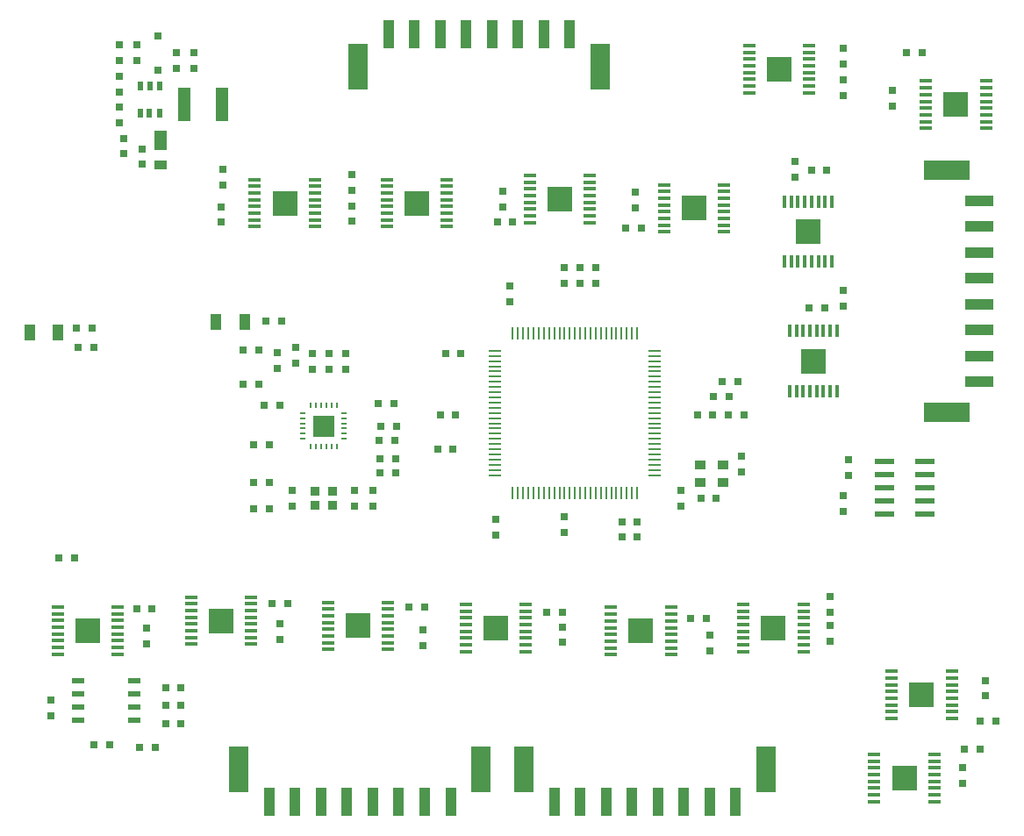
<source format=gbr>
G04 #@! TF.FileFunction,Paste,Top*
%FSLAX46Y46*%
G04 Gerber Fmt 4.6, Leading zero omitted, Abs format (unit mm)*
G04 Created by KiCad (PCBNEW 4.0.7) date 03/20/19 16:08:22*
%MOMM*%
%LPD*%
G01*
G04 APERTURE LIST*
%ADD10C,0.050000*%
%ADD11R,2.400000X2.400000*%
%ADD12R,1.200000X0.360000*%
%ADD13R,0.719328X0.800608*%
%ADD14R,0.800608X0.719328*%
%ADD15R,0.360000X1.200000*%
%ADD16R,1.999488X1.999488*%
%ADD17O,0.640080X0.199136*%
%ADD18O,0.199136X0.640080*%
%ADD19R,1.120000X0.960000*%
%ADD20R,0.960000X0.880000*%
%ADD21R,0.720000X0.800000*%
%ADD22R,0.800000X0.720000*%
%ADD23R,1.200000X0.840000*%
%ADD24R,1.200000X1.920000*%
%ADD25R,0.680000X0.680000*%
%ADD26R,1.200000X3.200000*%
%ADD27R,1.200000X0.240000*%
%ADD28R,0.240000X1.200000*%
%ADD29R,0.480000X0.960000*%
%ADD30R,1.240000X0.480000*%
%ADD31R,1.000000X1.600000*%
%ADD32R,1.120000X2.720000*%
%ADD33R,1.840000X4.480000*%
%ADD34R,2.720000X1.120000*%
%ADD35R,4.480000X1.840000*%
%ADD36R,1.920000X0.608000*%
G04 APERTURE END LIST*
D10*
D11*
X152750000Y-75000000D03*
D12*
X149850000Y-76625000D03*
X149850000Y-77275000D03*
X149850000Y-75975000D03*
X149850000Y-75325000D03*
X149850000Y-72725000D03*
X149850000Y-73375000D03*
X149850000Y-74675000D03*
X149850000Y-74025000D03*
X155650000Y-74025000D03*
X155650000Y-74675000D03*
X155650000Y-73375000D03*
X155650000Y-72725000D03*
X155650000Y-75325000D03*
X155650000Y-75975000D03*
X155650000Y-77275000D03*
X155650000Y-76625000D03*
D11*
X113250000Y-74500000D03*
D12*
X110350000Y-76125000D03*
X110350000Y-76775000D03*
X110350000Y-75475000D03*
X110350000Y-74825000D03*
X110350000Y-72225000D03*
X110350000Y-72875000D03*
X110350000Y-74175000D03*
X110350000Y-73525000D03*
X116150000Y-73525000D03*
X116150000Y-74175000D03*
X116150000Y-72875000D03*
X116150000Y-72225000D03*
X116150000Y-74825000D03*
X116150000Y-75475000D03*
X116150000Y-76775000D03*
X116150000Y-76125000D03*
D13*
X156151840Y-93200000D03*
X154648160Y-93200000D03*
D14*
X143250000Y-82251840D03*
X143250000Y-80748160D03*
X112522000Y-90413840D03*
X112522000Y-88910160D03*
X145800000Y-106751840D03*
X145800000Y-105248160D03*
X147200000Y-106751840D03*
X147200000Y-105248160D03*
D13*
X103251840Y-124750000D03*
X101748160Y-124750000D03*
D14*
X167100000Y-104251840D03*
X167100000Y-102748160D03*
D13*
X103251840Y-121250000D03*
X101748160Y-121250000D03*
X103251840Y-123000000D03*
X101748160Y-123000000D03*
X123801840Y-93850000D03*
X122298160Y-93850000D03*
X123951840Y-100570000D03*
X122448160Y-100570000D03*
X124001840Y-96000000D03*
X122498160Y-96000000D03*
D14*
X121750000Y-103751840D03*
X121750000Y-102248160D03*
X115950000Y-90501840D03*
X115950000Y-88998160D03*
D13*
X129501840Y-98250000D03*
X127998160Y-98250000D03*
D14*
X117500000Y-90501840D03*
X117500000Y-88998160D03*
D13*
X92953840Y-108712000D03*
X91450160Y-108712000D03*
X94811840Y-88440000D03*
X93308160Y-88440000D03*
X94641840Y-86550000D03*
X93138160Y-86550000D03*
X100751840Y-127000000D03*
X99248160Y-127000000D03*
X112951840Y-85900000D03*
X111448160Y-85900000D03*
D11*
X139800000Y-74100000D03*
D12*
X136900000Y-75725000D03*
X136900000Y-76375000D03*
X136900000Y-75075000D03*
X136900000Y-74425000D03*
X136900000Y-71825000D03*
X136900000Y-72475000D03*
X136900000Y-73775000D03*
X136900000Y-73125000D03*
X142700000Y-73125000D03*
X142700000Y-73775000D03*
X142700000Y-72475000D03*
X142700000Y-71825000D03*
X142700000Y-74425000D03*
X142700000Y-75075000D03*
X142700000Y-76375000D03*
X142700000Y-75725000D03*
D11*
X126000000Y-74500000D03*
D12*
X123100000Y-76125000D03*
X123100000Y-76775000D03*
X123100000Y-75475000D03*
X123100000Y-74825000D03*
X123100000Y-72225000D03*
X123100000Y-72875000D03*
X123100000Y-74175000D03*
X123100000Y-73525000D03*
X128900000Y-73525000D03*
X128900000Y-74175000D03*
X128900000Y-72875000D03*
X128900000Y-72225000D03*
X128900000Y-74825000D03*
X128900000Y-75475000D03*
X128900000Y-76775000D03*
X128900000Y-76125000D03*
D11*
X164250000Y-89750000D03*
D15*
X162625000Y-86850000D03*
X161975000Y-86850000D03*
X163275000Y-86850000D03*
X163925000Y-86850000D03*
X166525000Y-86850000D03*
X165875000Y-86850000D03*
X164575000Y-86850000D03*
X165225000Y-86850000D03*
X165225000Y-92650000D03*
X164575000Y-92650000D03*
X165875000Y-92650000D03*
X166525000Y-92650000D03*
X163925000Y-92650000D03*
X163275000Y-92650000D03*
X161975000Y-92650000D03*
X162625000Y-92650000D03*
D11*
X163750000Y-77250000D03*
D15*
X162125000Y-74350000D03*
X161475000Y-74350000D03*
X162775000Y-74350000D03*
X163425000Y-74350000D03*
X166025000Y-74350000D03*
X165375000Y-74350000D03*
X164075000Y-74350000D03*
X164725000Y-74350000D03*
X164725000Y-80150000D03*
X164075000Y-80150000D03*
X165375000Y-80150000D03*
X166025000Y-80150000D03*
X163425000Y-80150000D03*
X162775000Y-80150000D03*
X161475000Y-80150000D03*
X162125000Y-80150000D03*
D11*
X178000000Y-65000000D03*
D12*
X175100000Y-66625000D03*
X175100000Y-67275000D03*
X175100000Y-65975000D03*
X175100000Y-65325000D03*
X175100000Y-62725000D03*
X175100000Y-63375000D03*
X175100000Y-64675000D03*
X175100000Y-64025000D03*
X180900000Y-64025000D03*
X180900000Y-64675000D03*
X180900000Y-63375000D03*
X180900000Y-62725000D03*
X180900000Y-65325000D03*
X180900000Y-65975000D03*
X180900000Y-67275000D03*
X180900000Y-66625000D03*
D11*
X160950000Y-61570000D03*
D12*
X163850000Y-59945000D03*
X163850000Y-59295000D03*
X163850000Y-60595000D03*
X163850000Y-61245000D03*
X163850000Y-63845000D03*
X163850000Y-63195000D03*
X163850000Y-61895000D03*
X163850000Y-62545000D03*
X158050000Y-62545000D03*
X158050000Y-61895000D03*
X158050000Y-63195000D03*
X158050000Y-63845000D03*
X158050000Y-61245000D03*
X158050000Y-60595000D03*
X158050000Y-59295000D03*
X158050000Y-59945000D03*
D11*
X147600000Y-115800000D03*
D12*
X150500000Y-114175000D03*
X150500000Y-113525000D03*
X150500000Y-114825000D03*
X150500000Y-115475000D03*
X150500000Y-118075000D03*
X150500000Y-117425000D03*
X150500000Y-116125000D03*
X150500000Y-116775000D03*
X144700000Y-116775000D03*
X144700000Y-116125000D03*
X144700000Y-117425000D03*
X144700000Y-118075000D03*
X144700000Y-115475000D03*
X144700000Y-114825000D03*
X144700000Y-113525000D03*
X144700000Y-114175000D03*
D11*
X160400000Y-115500000D03*
D12*
X163300000Y-113875000D03*
X163300000Y-113225000D03*
X163300000Y-114525000D03*
X163300000Y-115175000D03*
X163300000Y-117775000D03*
X163300000Y-117125000D03*
X163300000Y-115825000D03*
X163300000Y-116475000D03*
X157500000Y-116475000D03*
X157500000Y-115825000D03*
X157500000Y-117125000D03*
X157500000Y-117775000D03*
X157500000Y-115175000D03*
X157500000Y-114525000D03*
X157500000Y-113225000D03*
X157500000Y-113875000D03*
D11*
X173025000Y-129975000D03*
D12*
X175925000Y-128350000D03*
X175925000Y-127700000D03*
X175925000Y-129000000D03*
X175925000Y-129650000D03*
X175925000Y-132250000D03*
X175925000Y-131600000D03*
X175925000Y-130300000D03*
X175925000Y-130950000D03*
X170125000Y-130950000D03*
X170125000Y-130300000D03*
X170125000Y-131600000D03*
X170125000Y-132250000D03*
X170125000Y-129650000D03*
X170125000Y-129000000D03*
X170125000Y-127700000D03*
X170125000Y-128350000D03*
D11*
X174710000Y-121960000D03*
D12*
X177610000Y-120335000D03*
X177610000Y-119685000D03*
X177610000Y-120985000D03*
X177610000Y-121635000D03*
X177610000Y-124235000D03*
X177610000Y-123585000D03*
X177610000Y-122285000D03*
X177610000Y-122935000D03*
X171810000Y-122935000D03*
X171810000Y-122285000D03*
X171810000Y-123585000D03*
X171810000Y-124235000D03*
X171810000Y-121635000D03*
X171810000Y-120985000D03*
X171810000Y-119685000D03*
X171810000Y-120335000D03*
D11*
X107100000Y-114800000D03*
D12*
X110000000Y-113175000D03*
X110000000Y-112525000D03*
X110000000Y-113825000D03*
X110000000Y-114475000D03*
X110000000Y-117075000D03*
X110000000Y-116425000D03*
X110000000Y-115125000D03*
X110000000Y-115775000D03*
X104200000Y-115775000D03*
X104200000Y-115125000D03*
X104200000Y-116425000D03*
X104200000Y-117075000D03*
X104200000Y-114475000D03*
X104200000Y-113825000D03*
X104200000Y-112525000D03*
X104200000Y-113175000D03*
D11*
X120300000Y-115300000D03*
D12*
X123200000Y-113675000D03*
X123200000Y-113025000D03*
X123200000Y-114325000D03*
X123200000Y-114975000D03*
X123200000Y-117575000D03*
X123200000Y-116925000D03*
X123200000Y-115625000D03*
X123200000Y-116275000D03*
X117400000Y-116275000D03*
X117400000Y-115625000D03*
X117400000Y-116925000D03*
X117400000Y-117575000D03*
X117400000Y-114975000D03*
X117400000Y-114325000D03*
X117400000Y-113025000D03*
X117400000Y-113675000D03*
D11*
X133600000Y-115500000D03*
D12*
X136500000Y-113875000D03*
X136500000Y-113225000D03*
X136500000Y-114525000D03*
X136500000Y-115175000D03*
X136500000Y-117775000D03*
X136500000Y-117125000D03*
X136500000Y-115825000D03*
X136500000Y-116475000D03*
X130700000Y-116475000D03*
X130700000Y-115825000D03*
X130700000Y-117125000D03*
X130700000Y-117775000D03*
X130700000Y-115175000D03*
X130700000Y-114525000D03*
X130700000Y-113225000D03*
X130700000Y-113875000D03*
D16*
X117000000Y-96000000D03*
D17*
X115001020Y-94750320D03*
X115001020Y-95250700D03*
X115001020Y-95751080D03*
X115001020Y-96248920D03*
X115001020Y-96749300D03*
X115001020Y-97249680D03*
D18*
X115750320Y-97998980D03*
X116250700Y-97998980D03*
X116751080Y-97998980D03*
X117248920Y-97998980D03*
X117749300Y-97998980D03*
X118249680Y-97998980D03*
D17*
X118998980Y-97249680D03*
X118998980Y-96749300D03*
X118998980Y-96248920D03*
X118998980Y-95751080D03*
X118998980Y-95250700D03*
X118998980Y-94750320D03*
D18*
X118249680Y-94001020D03*
X117749300Y-94001020D03*
X117248920Y-94001020D03*
X116751080Y-94001020D03*
X116250700Y-94001020D03*
X115750320Y-94001020D03*
D19*
X155550000Y-99725000D03*
X153350000Y-99725000D03*
X155550000Y-101425000D03*
X153350000Y-101425000D03*
D20*
X116150000Y-103700000D03*
X117850000Y-103700000D03*
X116150000Y-102300000D03*
X117850000Y-102300000D03*
D13*
X110248160Y-104000000D03*
X111751840Y-104000000D03*
X128248160Y-94900000D03*
D21*
X129751840Y-94900000D03*
D13*
X128748160Y-89000000D03*
D21*
X130251840Y-89000000D03*
D13*
X157551840Y-94900000D03*
D21*
X156048160Y-94900000D03*
D14*
X133650000Y-104998160D03*
D22*
X133650000Y-106501840D03*
D13*
X153048160Y-94900000D03*
D21*
X154551840Y-94900000D03*
D13*
X156951840Y-91700000D03*
D21*
X155448160Y-91700000D03*
D14*
X140250000Y-104748160D03*
D22*
X140250000Y-106251840D03*
D14*
X140250000Y-80748160D03*
D22*
X140250000Y-82251840D03*
D14*
X151500000Y-103751840D03*
D22*
X151500000Y-102248160D03*
D14*
X141750000Y-80748160D03*
D22*
X141750000Y-82251840D03*
D14*
X157350000Y-100426840D03*
D22*
X157350000Y-98923160D03*
D13*
X154901840Y-103025000D03*
D21*
X153398160Y-103025000D03*
D14*
X99900000Y-117001840D03*
D22*
X99900000Y-115498160D03*
D13*
X98948160Y-113650000D03*
D21*
X100451840Y-113650000D03*
D14*
X147100000Y-73448160D03*
D22*
X147100000Y-74951840D03*
D14*
X134300000Y-73348160D03*
D22*
X134300000Y-74851840D03*
D14*
X99500000Y-70751840D03*
D22*
X99500000Y-69248160D03*
D13*
X147651840Y-76900000D03*
D21*
X146148160Y-76900000D03*
D13*
X135251840Y-76300000D03*
D21*
X133748160Y-76300000D03*
D14*
X119750000Y-74748160D03*
D22*
X119750000Y-76251840D03*
D14*
X104500000Y-61501840D03*
D22*
X104500000Y-59998160D03*
D14*
X107100000Y-74848160D03*
D22*
X107100000Y-76351840D03*
D14*
X119750000Y-73251840D03*
D22*
X119750000Y-71748160D03*
D14*
X97250000Y-66751840D03*
D22*
X97250000Y-65248160D03*
D14*
X107250000Y-72751840D03*
D22*
X107250000Y-71248160D03*
D13*
X165351840Y-84600000D03*
D21*
X163848160Y-84600000D03*
D13*
X165551840Y-71300000D03*
D21*
X164048160Y-71300000D03*
D14*
X167100000Y-82948160D03*
D22*
X167100000Y-84451840D03*
D14*
X162500000Y-72001840D03*
D22*
X162500000Y-70498160D03*
D14*
X171900000Y-63638160D03*
D22*
X171900000Y-65141840D03*
D14*
X167150000Y-64111840D03*
D22*
X167150000Y-62608160D03*
D13*
X173248160Y-60000000D03*
D21*
X174751840Y-60000000D03*
D14*
X167130000Y-59558160D03*
D22*
X167130000Y-61061840D03*
D14*
X154300000Y-117701840D03*
D22*
X154300000Y-116198160D03*
D14*
X165900000Y-116751840D03*
D22*
X165900000Y-115248160D03*
D13*
X152398160Y-114550000D03*
D21*
X153901840Y-114550000D03*
D14*
X165900000Y-112448160D03*
D22*
X165900000Y-113951840D03*
D14*
X178660000Y-130461840D03*
D22*
X178660000Y-128958160D03*
D14*
X180830000Y-122071840D03*
D22*
X180830000Y-120568160D03*
D13*
X178818160Y-127160000D03*
D21*
X180321840Y-127160000D03*
D13*
X181851840Y-124510000D03*
D21*
X180348160Y-124510000D03*
D14*
X112800000Y-116601840D03*
D22*
X112800000Y-115098160D03*
D14*
X126600000Y-117201840D03*
D22*
X126600000Y-115698160D03*
D14*
X140050000Y-116901840D03*
D22*
X140050000Y-115398160D03*
D13*
X111998160Y-113150000D03*
D21*
X113501840Y-113150000D03*
D13*
X125248160Y-113450000D03*
D21*
X126751840Y-113450000D03*
D13*
X138548160Y-114000000D03*
D21*
X140051840Y-114000000D03*
D14*
X114300000Y-88402160D03*
D22*
X114300000Y-89905840D03*
D13*
X110733840Y-88646000D03*
D21*
X109230160Y-88646000D03*
D13*
X123921840Y-99160000D03*
D21*
X122418160Y-99160000D03*
D13*
X111248160Y-94000000D03*
D21*
X112751840Y-94000000D03*
D14*
X114000000Y-102248160D03*
D22*
X114000000Y-103751840D03*
D13*
X110751840Y-92000000D03*
D21*
X109248160Y-92000000D03*
D13*
X123851840Y-97425000D03*
D21*
X122348160Y-97425000D03*
D14*
X120000000Y-103751840D03*
D22*
X120000000Y-102248160D03*
D14*
X119100000Y-88998160D03*
D22*
X119100000Y-90501840D03*
D13*
X111751840Y-97800000D03*
D21*
X110248160Y-97800000D03*
D13*
X110248160Y-101500000D03*
D21*
X111751840Y-101500000D03*
D23*
X101250000Y-70775000D03*
D24*
X101250000Y-68400000D03*
D25*
X101000000Y-58325000D03*
X101000000Y-61675000D03*
D26*
X107160000Y-64980000D03*
X103560000Y-64980000D03*
D13*
X96351840Y-126800000D03*
X94848160Y-126800000D03*
D14*
X90650000Y-123951840D03*
X90650000Y-122448160D03*
X97750000Y-68248160D03*
X97750000Y-69751840D03*
X97250000Y-59248160D03*
X97250000Y-60751840D03*
X102750000Y-59998160D03*
X102750000Y-61501840D03*
X99000000Y-60751840D03*
X99000000Y-59248160D03*
X97250000Y-62248160D03*
X97250000Y-63751840D03*
X167670000Y-99248160D03*
X167670000Y-100751840D03*
D27*
X148950000Y-92750000D03*
X148950000Y-92250000D03*
X148950000Y-91750000D03*
X148950000Y-90750000D03*
X148950000Y-91250000D03*
X148950000Y-89250000D03*
X148950000Y-88750000D03*
X148950000Y-89750000D03*
X148950000Y-90250000D03*
D28*
X135750000Y-102450000D03*
X135250000Y-102450000D03*
X138750000Y-102450000D03*
X138250000Y-102450000D03*
X139250000Y-102450000D03*
X137250000Y-102450000D03*
X137750000Y-102450000D03*
X136250000Y-102450000D03*
X136750000Y-102450000D03*
D27*
X133550000Y-97250000D03*
X133550000Y-97750000D03*
X133550000Y-96750000D03*
X133550000Y-98250000D03*
X133550000Y-98750000D03*
X133550000Y-100750000D03*
X133550000Y-100250000D03*
X133550000Y-99750000D03*
X133550000Y-99250000D03*
D28*
X137250000Y-87050000D03*
X138750000Y-87050000D03*
X139250000Y-87050000D03*
X138250000Y-87050000D03*
X137750000Y-87050000D03*
X135750000Y-87050000D03*
X136250000Y-87050000D03*
X136750000Y-87050000D03*
X135250000Y-87050000D03*
D27*
X148950000Y-94750000D03*
X148950000Y-94250000D03*
X148950000Y-93250000D03*
X148950000Y-93750000D03*
D28*
X140250000Y-102450000D03*
X139750000Y-102450000D03*
X141250000Y-102450000D03*
X140750000Y-102450000D03*
D27*
X133550000Y-94750000D03*
X133550000Y-95250000D03*
X133550000Y-95750000D03*
X133550000Y-96250000D03*
D28*
X139750000Y-87050000D03*
X141250000Y-87050000D03*
X140750000Y-87050000D03*
X140250000Y-87050000D03*
D27*
X148950000Y-95750000D03*
X148950000Y-95250000D03*
X148950000Y-96250000D03*
X148950000Y-96750000D03*
D28*
X144250000Y-102450000D03*
X144750000Y-102450000D03*
X145750000Y-102450000D03*
X145250000Y-102450000D03*
X142750000Y-102450000D03*
X143750000Y-102450000D03*
X143250000Y-102450000D03*
X141750000Y-102450000D03*
X142250000Y-102450000D03*
D27*
X133550000Y-94250000D03*
X133550000Y-93750000D03*
D28*
X142250000Y-87050000D03*
X142750000Y-87050000D03*
X143750000Y-87050000D03*
X143250000Y-87050000D03*
X144750000Y-87050000D03*
X145250000Y-87050000D03*
X144250000Y-87050000D03*
X146750000Y-87050000D03*
X147250000Y-87050000D03*
X146250000Y-87050000D03*
X145750000Y-87050000D03*
D27*
X148950000Y-97250000D03*
X148950000Y-97750000D03*
X148950000Y-98750000D03*
X148950000Y-98250000D03*
X148950000Y-99750000D03*
X148950000Y-100250000D03*
X148950000Y-99250000D03*
D28*
X146750000Y-102450000D03*
X146250000Y-102450000D03*
X147250000Y-102450000D03*
D27*
X148950000Y-100750000D03*
X133550000Y-91750000D03*
X133550000Y-92250000D03*
X133550000Y-93250000D03*
X133550000Y-92750000D03*
X133550000Y-90250000D03*
X133550000Y-91250000D03*
X133550000Y-90750000D03*
X133550000Y-89250000D03*
X133550000Y-89750000D03*
X133550000Y-88750000D03*
D28*
X141750000Y-87050000D03*
D11*
X94250000Y-115750000D03*
D12*
X97150000Y-114125000D03*
X97150000Y-113475000D03*
X97150000Y-114775000D03*
X97150000Y-115425000D03*
X97150000Y-118025000D03*
X97150000Y-117375000D03*
X97150000Y-116075000D03*
X97150000Y-116725000D03*
X91350000Y-116725000D03*
X91350000Y-116075000D03*
X91350000Y-117375000D03*
X91350000Y-118025000D03*
X91350000Y-115425000D03*
X91350000Y-114775000D03*
X91350000Y-113475000D03*
X91350000Y-114125000D03*
D29*
X101200000Y-65800000D03*
X101200000Y-63200000D03*
X100250000Y-63200000D03*
X99300000Y-63200000D03*
X99300000Y-65800000D03*
X100199960Y-65800000D03*
D30*
X98700000Y-124405000D03*
X98700000Y-123135000D03*
X98700000Y-121865000D03*
X98700000Y-120595000D03*
X93300000Y-120595000D03*
X93300000Y-121865000D03*
X93300000Y-123135000D03*
X93300000Y-124405000D03*
D14*
X135000000Y-82498160D03*
D22*
X135000000Y-84001840D03*
D31*
X88625000Y-87000000D03*
X91375000Y-87000000D03*
X106625000Y-86000000D03*
X109375000Y-86000000D03*
D32*
X140750000Y-58200000D03*
X138250000Y-58200000D03*
X135750000Y-58200000D03*
X123250000Y-58200000D03*
X128250000Y-58200000D03*
X125750000Y-58200000D03*
D33*
X143700000Y-61350000D03*
D32*
X130750000Y-58200000D03*
X133250000Y-58200000D03*
D33*
X120300000Y-61350000D03*
D32*
X111750000Y-132300000D03*
X114250000Y-132300000D03*
X116750000Y-132300000D03*
X129250000Y-132300000D03*
X124250000Y-132300000D03*
X126750000Y-132300000D03*
D33*
X108800000Y-129150000D03*
D32*
X121750000Y-132300000D03*
X119250000Y-132300000D03*
D33*
X132200000Y-129150000D03*
D34*
X180300000Y-91750000D03*
X180300000Y-89250000D03*
X180300000Y-86750000D03*
X180300000Y-74250000D03*
X180300000Y-79250000D03*
X180300000Y-76750000D03*
D35*
X177150000Y-94700000D03*
D34*
X180300000Y-81750000D03*
X180300000Y-84250000D03*
D35*
X177150000Y-71300000D03*
D32*
X139250000Y-132300000D03*
X141750000Y-132300000D03*
X144250000Y-132300000D03*
X156750000Y-132300000D03*
X151750000Y-132300000D03*
X154250000Y-132300000D03*
D33*
X136300000Y-129150000D03*
D32*
X149250000Y-132300000D03*
X146750000Y-132300000D03*
D33*
X159700000Y-129150000D03*
D36*
X171120000Y-100730000D03*
X171120000Y-99460000D03*
X175020000Y-99460000D03*
X175020000Y-100730000D03*
X175020000Y-104540000D03*
X175020000Y-103270000D03*
X175020000Y-102000000D03*
X171120000Y-102000000D03*
X171120000Y-103270000D03*
X171120000Y-104540000D03*
M02*

</source>
